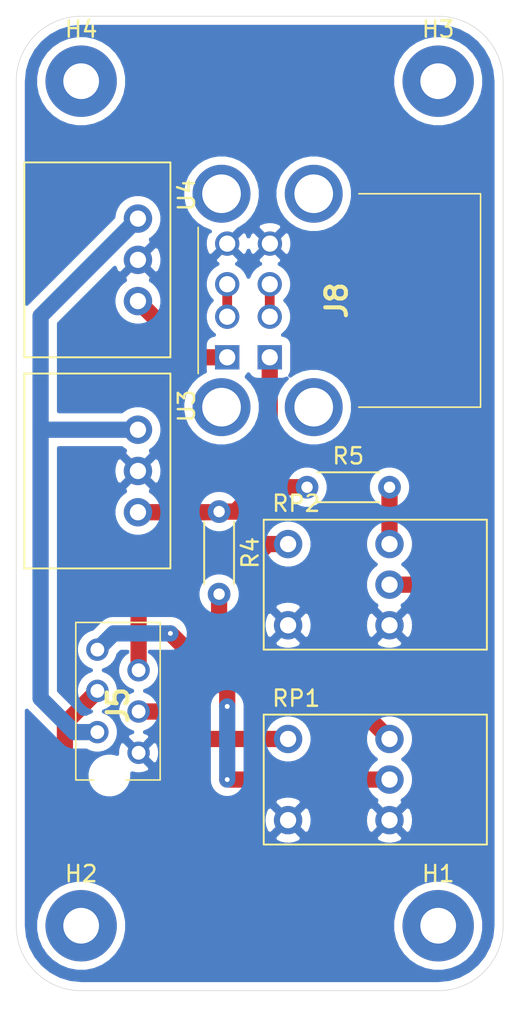
<source format=kicad_pcb>
(kicad_pcb (version 20171130) (host pcbnew "(5.1.6-0-10_14)")

  (general
    (thickness 1.6)
    (drawings 8)
    (tracks 56)
    (zones 0)
    (modules 12)
    (nets 17)
  )

  (page USLetter)
  (layers
    (0 Front signal)
    (31 Back signal)
    (37 F.SilkS user)
    (38 B.Mask user)
    (39 F.Mask user)
    (40 Dwgs.User user)
    (41 Cmts.User user)
    (42 Eco1.User user)
    (43 Eco2.User user)
    (44 Edge.Cuts user)
    (45 Margin user)
    (46 B.CrtYd user)
    (47 F.CrtYd user)
  )

  (setup
    (last_trace_width 0.127)
    (user_trace_width 0.15)
    (user_trace_width 0.2)
    (user_trace_width 0.4)
    (user_trace_width 0.6)
    (user_trace_width 1)
    (trace_clearance 0.127)
    (zone_clearance 0.508)
    (zone_45_only no)
    (trace_min 0.127)
    (via_size 0.6)
    (via_drill 0.3)
    (via_min_size 0.6)
    (via_min_drill 0.3)
    (user_via 0.6 0.3)
    (user_via 0.9 0.4)
    (uvia_size 0.6858)
    (uvia_drill 0.3302)
    (uvias_allowed no)
    (uvia_min_size 0.2)
    (uvia_min_drill 0.1)
    (edge_width 0.0381)
    (segment_width 0.254)
    (pcb_text_width 0.3048)
    (pcb_text_size 1.524 1.524)
    (mod_edge_width 0.1524)
    (mod_text_size 0.8128 0.8128)
    (mod_text_width 0.1524)
    (pad_size 1.6 1.6)
    (pad_drill 0.8)
    (pad_to_mask_clearance 0)
    (solder_mask_min_width 0.12)
    (aux_axis_origin 0 0)
    (grid_origin 34.036 35.052)
    (visible_elements FFFFFF7F)
    (pcbplotparams
      (layerselection 0x010e0_ffffffff)
      (usegerberextensions false)
      (usegerberattributes true)
      (usegerberadvancedattributes true)
      (creategerberjobfile true)
      (excludeedgelayer true)
      (linewidth 0.100000)
      (plotframeref false)
      (viasonmask false)
      (mode 1)
      (useauxorigin false)
      (hpglpennumber 1)
      (hpglpenspeed 20)
      (hpglpendiameter 15.000000)
      (psnegative false)
      (psa4output false)
      (plotreference true)
      (plotvalue true)
      (plotinvisibletext false)
      (padsonsilk false)
      (subtractmaskfromsilk false)
      (outputformat 1)
      (mirror false)
      (drillshape 0)
      (scaleselection 1)
      (outputdirectory "gerber_remote/"))
  )

  (net 0 "")
  (net 1 12ish-Rmt)
  (net 2 Com-Rmt)
  (net 3 Brightness-Rmt)
  (net 4 Color-Rmt)
  (net 5 On_Off-Rmt)
  (net 6 Auto_Man-Rmt)
  (net 7 "Net-(R4-Pad2)")
  (net 8 5VA)
  (net 9 "Net-(R5-Pad2)")
  (net 10 5VB)
  (net 11 "Net-(J8-PadA2)")
  (net 12 "Net-(J8-PadB2)")
  (net 13 "Net-(J8-PadMH1)")
  (net 14 "Net-(J8-PadMH2)")
  (net 15 "Net-(J8-PadMH3)")
  (net 16 "Net-(J8-PadMH4)")

  (net_class Default "This is the default net class."
    (clearance 0.127)
    (trace_width 0.127)
    (via_dia 0.6)
    (via_drill 0.3)
    (uvia_dia 0.6858)
    (uvia_drill 0.3302)
    (diff_pair_width 0.1524)
    (diff_pair_gap 0.254)
    (add_net 12ish-Rmt)
    (add_net 5VA)
    (add_net 5VB)
    (add_net Auto_Man-Rmt)
    (add_net Brightness-Rmt)
    (add_net Color-Rmt)
    (add_net Com-Rmt)
    (add_net "Net-(J8-PadA2)")
    (add_net "Net-(J8-PadB2)")
    (add_net "Net-(J8-PadMH1)")
    (add_net "Net-(J8-PadMH2)")
    (add_net "Net-(J8-PadMH3)")
    (add_net "Net-(J8-PadMH4)")
    (add_net "Net-(R4-Pad2)")
    (add_net "Net-(R5-Pad2)")
    (add_net On_Off-Rmt)
  )

  (module Remote:5.0V-Reg (layer Front) (tedit 5F3643FA) (tstamp 5F36A563)
    (at 129.536 108.052 270)
    (path /5F41F286)
    (fp_text reference U4 (at -4 -3 90) (layer F.SilkS)
      (effects (font (size 1 1) (thickness 0.15)))
    )
    (fp_text value Reg-5.0V-B (at 3 8 90) (layer F.Fab)
      (effects (font (size 1 1) (thickness 0.15)))
    )
    (fp_line (start -6 7) (end -6 -2) (layer F.SilkS) (width 0.12))
    (fp_line (start 6 7) (end -6 7) (layer F.SilkS) (width 0.12))
    (fp_line (start 6 -2) (end 6 7) (layer F.SilkS) (width 0.12))
    (fp_line (start -6 -2) (end 6 -2) (layer F.SilkS) (width 0.12))
    (pad 3 thru_hole circle (at 2.54 0 270) (size 1.75 1.75) (drill 1) (layers *.Cu *.Mask)
      (net 10 5VB))
    (pad 1 thru_hole circle (at -2.54 0 270) (size 1.75 1.75) (drill 1) (layers *.Cu *.Mask)
      (net 1 12ish-Rmt))
    (pad 2 thru_hole circle (at 0 0 270) (size 1.75 1.75) (drill 1) (layers *.Cu *.Mask)
      (net 2 Com-Rmt))
  )

  (module MountingHole:MountingHole_2.2mm_M2_Pad (layer Front) (tedit 56D1B4CB) (tstamp 5F3CFD40)
    (at 126.036 97.052)
    (descr "Mounting Hole 2.2mm, M2")
    (tags "mounting hole 2.2mm m2")
    (path /5F4B129A)
    (attr virtual)
    (fp_text reference H4 (at 0 -3.2) (layer F.SilkS)
      (effects (font (size 1 1) (thickness 0.15)))
    )
    (fp_text value MountingHole (at 0 3.2) (layer F.Fab)
      (effects (font (size 1 1) (thickness 0.15)))
    )
    (fp_circle (center 0 0) (end 2.2 0) (layer Cmts.User) (width 0.15))
    (fp_circle (center 0 0) (end 2.45 0) (layer F.CrtYd) (width 0.05))
    (fp_text user %R (at 0.3 0) (layer F.Fab)
      (effects (font (size 1 1) (thickness 0.15)))
    )
    (pad 1 thru_hole circle (at 0 0) (size 4.4 4.4) (drill 2.2) (layers *.Cu *.Mask))
  )

  (module MountingHole:MountingHole_2.2mm_M2_Pad (layer Front) (tedit 56D1B4CB) (tstamp 5F3CFD38)
    (at 148.036 97.052)
    (descr "Mounting Hole 2.2mm, M2")
    (tags "mounting hole 2.2mm m2")
    (path /5F4B0C0A)
    (attr virtual)
    (fp_text reference H3 (at 0 -3.2) (layer F.SilkS)
      (effects (font (size 1 1) (thickness 0.15)))
    )
    (fp_text value MountingHole (at 0 3.2) (layer F.Fab)
      (effects (font (size 1 1) (thickness 0.15)))
    )
    (fp_circle (center 0 0) (end 2.2 0) (layer Cmts.User) (width 0.15))
    (fp_circle (center 0 0) (end 2.45 0) (layer F.CrtYd) (width 0.05))
    (fp_text user %R (at 0.3 0) (layer F.Fab)
      (effects (font (size 1 1) (thickness 0.15)))
    )
    (pad 1 thru_hole circle (at 0 0) (size 4.4 4.4) (drill 2.2) (layers *.Cu *.Mask))
  )

  (module MountingHole:MountingHole_2.2mm_M2_Pad (layer Front) (tedit 56D1B4CB) (tstamp 5F3CF973)
    (at 126.036 149.052)
    (descr "Mounting Hole 2.2mm, M2")
    (tags "mounting hole 2.2mm m2")
    (path /5F4AF165)
    (attr virtual)
    (fp_text reference H2 (at 0 -3.2) (layer F.SilkS)
      (effects (font (size 1 1) (thickness 0.15)))
    )
    (fp_text value MountingHole (at 0 3.2) (layer F.Fab)
      (effects (font (size 1 1) (thickness 0.15)))
    )
    (fp_circle (center 0 0) (end 2.45 0) (layer F.CrtYd) (width 0.05))
    (fp_circle (center 0 0) (end 2.2 0) (layer Cmts.User) (width 0.15))
    (fp_text user %R (at 0.3 0) (layer F.Fab)
      (effects (font (size 1 1) (thickness 0.15)))
    )
    (pad 1 thru_hole circle (at 0 0) (size 4.4 4.4) (drill 2.2) (layers *.Cu *.Mask))
  )

  (module MountingHole:MountingHole_2.2mm_M2_Pad (layer Front) (tedit 56D1B4CB) (tstamp 5F3CF96B)
    (at 148.036 149.052)
    (descr "Mounting Hole 2.2mm, M2")
    (tags "mounting hole 2.2mm m2")
    (path /5F4AEEC2)
    (attr virtual)
    (fp_text reference H1 (at 0 -3.2) (layer F.SilkS)
      (effects (font (size 1 1) (thickness 0.15)))
    )
    (fp_text value MountingHole (at 0 3.2) (layer F.Fab)
      (effects (font (size 1 1) (thickness 0.15)))
    )
    (fp_circle (center 0 0) (end 2.45 0) (layer F.CrtYd) (width 0.05))
    (fp_circle (center 0 0) (end 2.2 0) (layer Cmts.User) (width 0.15))
    (fp_text user %R (at 0.3 0) (layer F.Fab)
      (effects (font (size 1 1) (thickness 0.15)))
    )
    (pad 1 thru_hole circle (at 0 0) (size 4.4 4.4) (drill 2.2) (layers *.Cu *.Mask))
  )

  (module Remote:5.0V-Reg (layer Front) (tedit 5F3643FA) (tstamp 5F36A558)
    (at 129.536 121.052 270)
    (path /5F40E7C9)
    (fp_text reference U3 (at -4 -3 90) (layer F.SilkS)
      (effects (font (size 1 1) (thickness 0.15)))
    )
    (fp_text value Reg-5.0V-A (at 3 8 90) (layer F.Fab)
      (effects (font (size 1 1) (thickness 0.15)))
    )
    (fp_line (start -6 7) (end -6 -2) (layer F.SilkS) (width 0.12))
    (fp_line (start 6 7) (end -6 7) (layer F.SilkS) (width 0.12))
    (fp_line (start 6 -2) (end 6 7) (layer F.SilkS) (width 0.12))
    (fp_line (start -6 -2) (end 6 -2) (layer F.SilkS) (width 0.12))
    (pad 3 thru_hole circle (at 2.54 0 270) (size 1.75 1.75) (drill 1) (layers *.Cu *.Mask)
      (net 8 5VA))
    (pad 1 thru_hole circle (at -2.54 0 270) (size 1.75 1.75) (drill 1) (layers *.Cu *.Mask)
      (net 1 12ish-Rmt))
    (pad 2 thru_hole circle (at 0 0 270) (size 1.75 1.75) (drill 1) (layers *.Cu *.Mask)
      (net 2 Com-Rmt))
  )

  (module Remote:pot_switch (layer Front) (tedit 5F364264) (tstamp 5F36A50A)
    (at 145.036 128.052)
    (path /5F4ECB08)
    (fp_text reference RP2 (at -5.75 -5) (layer F.SilkS)
      (effects (font (size 1 1) (thickness 0.15)))
    )
    (fp_text value Pot_Switch (at -3.75 4.75) (layer F.Fab)
      (effects (font (size 1 1) (thickness 0.15)))
    )
    (fp_line (start -7.75 4) (end -7.5 4) (layer F.SilkS) (width 0.12))
    (fp_line (start -7.75 -4) (end -7.75 4) (layer F.SilkS) (width 0.12))
    (fp_line (start 6 4) (end -7.5 4) (layer F.SilkS) (width 0.12))
    (fp_line (start 6 -4) (end 6 4) (layer F.SilkS) (width 0.12))
    (fp_line (start -7.75 -4) (end 6 -4) (layer F.SilkS) (width 0.12))
    (pad 4 thru_hole circle (at -6.25 2.5) (size 1.75 1.75) (drill 1) (layers *.Cu *.Mask)
      (net 2 Com-Rmt))
    (pad 5 thru_hole circle (at -6.25 -2.5) (size 1.75 1.75) (drill 1) (layers *.Cu *.Mask)
      (net 6 Auto_Man-Rmt))
    (pad 1 thru_hole circle (at 0 2.5) (size 1.75 1.75) (drill 1) (layers *.Cu *.Mask)
      (net 2 Com-Rmt))
    (pad 3 thru_hole circle (at 0 -2.5) (size 1.75 1.75) (drill 1) (layers *.Cu *.Mask)
      (net 9 "Net-(R5-Pad2)"))
    (pad 2 thru_hole circle (at 0 0) (size 1.75 1.75) (drill 1) (layers *.Cu *.Mask)
      (net 4 Color-Rmt))
  )

  (module Remote:pot_switch (layer Front) (tedit 5F364264) (tstamp 5F36A4FC)
    (at 145.036 140.052)
    (path /5F4A5614)
    (fp_text reference RP1 (at -5.75 -5) (layer F.SilkS)
      (effects (font (size 1 1) (thickness 0.15)))
    )
    (fp_text value Pot_Switch (at -3.75 4.75) (layer F.Fab)
      (effects (font (size 1 1) (thickness 0.15)))
    )
    (fp_line (start -7.75 4) (end -7.5 4) (layer F.SilkS) (width 0.12))
    (fp_line (start -7.75 -4) (end -7.75 4) (layer F.SilkS) (width 0.12))
    (fp_line (start 6 4) (end -7.5 4) (layer F.SilkS) (width 0.12))
    (fp_line (start 6 -4) (end 6 4) (layer F.SilkS) (width 0.12))
    (fp_line (start -7.75 -4) (end 6 -4) (layer F.SilkS) (width 0.12))
    (pad 4 thru_hole circle (at -6.25 2.5) (size 1.75 1.75) (drill 1) (layers *.Cu *.Mask)
      (net 2 Com-Rmt))
    (pad 5 thru_hole circle (at -6.25 -2.5) (size 1.75 1.75) (drill 1) (layers *.Cu *.Mask)
      (net 5 On_Off-Rmt))
    (pad 1 thru_hole circle (at 0 2.5) (size 1.75 1.75) (drill 1) (layers *.Cu *.Mask)
      (net 2 Com-Rmt))
    (pad 3 thru_hole circle (at 0 -2.5) (size 1.75 1.75) (drill 1) (layers *.Cu *.Mask)
      (net 7 "Net-(R4-Pad2)"))
    (pad 2 thru_hole circle (at 0 0) (size 1.75 1.75) (drill 1) (layers *.Cu *.Mask)
      (net 3 Brightness-Rmt))
  )

  (module Remote:723098014BLF (layer Front) (tedit 0) (tstamp 5F3736CB)
    (at 135.036 114.052 90)
    (descr 72309-8014BLF-6)
    (tags Connector)
    (path /5F38F263)
    (fp_text reference J8 (at 3.5 6.738 90) (layer F.SilkS)
      (effects (font (size 1.27 1.27) (thickness 0.254)))
    )
    (fp_text value 72309-8014BLF (at 3.5 6.738 90) (layer F.SilkS) hide
      (effects (font (size 1.27 1.27) (thickness 0.254)))
    )
    (fp_line (start -1 -1.79) (end 8 -1.79) (layer F.SilkS) (width 0.1))
    (fp_line (start 10.07 15.61) (end 10.07 8.11) (layer F.SilkS) (width 0.1))
    (fp_line (start -3.07 15.61) (end 10.07 15.61) (layer F.SilkS) (width 0.1))
    (fp_line (start -3.07 8.11) (end -3.07 15.61) (layer F.SilkS) (width 0.1))
    (fp_line (start -5.855 16.61) (end -5.855 -3.135) (layer F.CrtYd) (width 0.1))
    (fp_line (start 12.855 16.61) (end -5.855 16.61) (layer F.CrtYd) (width 0.1))
    (fp_line (start 12.855 -3.135) (end 12.855 16.61) (layer F.CrtYd) (width 0.1))
    (fp_line (start -5.855 -3.135) (end 12.855 -3.135) (layer F.CrtYd) (width 0.1))
    (fp_line (start -3.05 -1.79) (end -3.05 15.61) (layer F.Fab) (width 0.2))
    (fp_line (start 10.05 -1.79) (end -3.05 -1.79) (layer F.Fab) (width 0.2))
    (fp_line (start 10.05 15.61) (end 10.05 -1.79) (layer F.Fab) (width 0.2))
    (fp_line (start -3.05 15.61) (end 10.05 15.61) (layer F.Fab) (width 0.2))
    (fp_text user %R (at 3.5 6.738 90) (layer F.Fab)
      (effects (font (size 1.27 1.27) (thickness 0.254)))
    )
    (pad A1 thru_hole rect (at 0 0 90) (size 1.5 1.5) (drill 1) (layers *.Cu *.Mask)
      (net 10 5VB))
    (pad A2 thru_hole circle (at 2.5 0 90) (size 1.5 1.5) (drill 1) (layers *.Cu *.Mask)
      (net 11 "Net-(J8-PadA2)"))
    (pad A3 thru_hole circle (at 4.5 0 90) (size 1.5 1.5) (drill 1) (layers *.Cu *.Mask)
      (net 11 "Net-(J8-PadA2)"))
    (pad A4 thru_hole circle (at 7 0 90) (size 1.5 1.5) (drill 1) (layers *.Cu *.Mask)
      (net 2 Com-Rmt))
    (pad B1 thru_hole rect (at 0 2.62 90) (size 1.5 1.5) (drill 1) (layers *.Cu *.Mask)
      (net 8 5VA))
    (pad B2 thru_hole circle (at 2.5 2.62 90) (size 1.5 1.5) (drill 1) (layers *.Cu *.Mask)
      (net 12 "Net-(J8-PadB2)"))
    (pad B3 thru_hole circle (at 4.5 2.62 90) (size 1.5 1.5) (drill 1) (layers *.Cu *.Mask)
      (net 12 "Net-(J8-PadB2)"))
    (pad B4 thru_hole circle (at 7 2.63 90) (size 1.5 1.5) (drill 1) (layers *.Cu *.Mask)
      (net 2 Com-Rmt))
    (pad MH1 thru_hole circle (at -3.07 5.33 90) (size 3.57 3.57) (drill 2.38) (layers *.Cu *.Mask)
      (net 13 "Net-(J8-PadMH1)"))
    (pad MH2 thru_hole circle (at 10.07 5.33 90) (size 3.57 3.57) (drill 2.38) (layers *.Cu *.Mask)
      (net 14 "Net-(J8-PadMH2)"))
    (pad MH3 thru_hole circle (at 10.07 -0.35 90) (size 3.57 3.57) (drill 2.38) (layers *.Cu *.Mask)
      (net 15 "Net-(J8-PadMH3)"))
    (pad MH4 thru_hole circle (at -3.07 -0.35 90) (size 3.57 3.57) (drill 2.38) (layers *.Cu *.Mask)
      (net 16 "Net-(J8-PadMH4)"))
    (model 72309-8014BLF.stp
      (at (xyz 0 0 0))
      (scale (xyz 1 1 1))
      (rotate (xyz 0 0 0))
    )
  )

  (module Remote:21787106 (layer Front) (tedit 0) (tstamp 5F36A3E2)
    (at 127.036 132.052 270)
    (descr 2178710-6-2)
    (tags Connector)
    (path /5F48270B)
    (fp_text reference J5 (at 3.425 -1.27 90) (layer F.SilkS)
      (effects (font (size 1.27 1.27) (thickness 0.254)))
    )
    (fp_text value Jumper-Remote (at 3.425 -1.27 90) (layer F.SilkS) hide
      (effects (font (size 1.27 1.27) (thickness 0.254)))
    )
    (fp_line (start 8.025 -3.87) (end 8.025 -1.77) (layer F.SilkS) (width 0.1))
    (fp_line (start -1.675 -3.87) (end 8.025 -3.87) (layer F.SilkS) (width 0.1))
    (fp_line (start -1.675 1.33) (end -1.675 -3.87) (layer F.SilkS) (width 0.1))
    (fp_line (start 8.025 1.33) (end -1.675 1.33) (layer F.SilkS) (width 0.1))
    (fp_line (start 8.025 1.23) (end 8.025 1.33) (layer F.SilkS) (width 0.1))
    (fp_line (start 8.025 0.23) (end 8.025 1.23) (layer F.SilkS) (width 0.1))
    (fp_line (start -2.675 2.33) (end -2.675 -4.87) (layer F.CrtYd) (width 0.1))
    (fp_line (start 9.525 2.33) (end -2.675 2.33) (layer F.CrtYd) (width 0.1))
    (fp_line (start 9.525 -4.87) (end 9.525 2.33) (layer F.CrtYd) (width 0.1))
    (fp_line (start -2.675 -4.87) (end 9.525 -4.87) (layer F.CrtYd) (width 0.1))
    (fp_line (start -1.675 1.33) (end -1.675 -3.87) (layer F.Fab) (width 0.2))
    (fp_line (start 8.025 1.33) (end -1.675 1.33) (layer F.Fab) (width 0.2))
    (fp_line (start 8.025 -3.87) (end 8.025 1.33) (layer F.Fab) (width 0.2))
    (fp_line (start -1.675 -3.87) (end 8.025 -3.87) (layer F.Fab) (width 0.2))
    (fp_text user %R (at 3.425 -1.27 90) (layer F.Fab)
      (effects (font (size 1.27 1.27) (thickness 0.254)))
    )
    (pad 1 thru_hole circle (at 0 0 270) (size 1.381 1.381) (drill 0.85) (layers *.Cu *.Mask)
      (net 3 Brightness-Rmt))
    (pad 2 thru_hole circle (at 1.27 -2.54 270) (size 1.381 1.381) (drill 0.85) (layers *.Cu *.Mask)
      (net 6 Auto_Man-Rmt))
    (pad 3 thru_hole circle (at 2.54 0 270) (size 1.381 1.381) (drill 0.85) (layers *.Cu *.Mask)
      (net 4 Color-Rmt))
    (pad 4 thru_hole circle (at 3.81 -2.54 270) (size 1.381 1.381) (drill 0.85) (layers *.Cu *.Mask)
      (net 5 On_Off-Rmt))
    (pad 5 thru_hole circle (at 5.08 0 270) (size 1.381 1.381) (drill 0.85) (layers *.Cu *.Mask)
      (net 1 12ish-Rmt))
    (pad 6 thru_hole circle (at 6.35 -2.54 270) (size 1.381 1.381) (drill 0.85) (layers *.Cu *.Mask)
      (net 2 Com-Rmt))
    (pad MH1 np_thru_hole circle (at 7.75 -0.74 270) (size 1.55 0) (drill 1.55) (layers *.Cu *.Mask))
    (model 2178710-6.stp
      (at (xyz 0 0 0))
      (scale (xyz 1 1 1))
      (rotate (xyz 0 0 0))
    )
  )

  (module Resistor_THT:R_Axial_DIN0204_L3.6mm_D1.6mm_P5.08mm_Horizontal (layer Front) (tedit 5AE5139B) (tstamp 5F36A4DB)
    (at 139.956 122.052)
    (descr "Resistor, Axial_DIN0204 series, Axial, Horizontal, pin pitch=5.08mm, 0.167W, length*diameter=3.6*1.6mm^2, http://cdn-reichelt.de/documents/datenblatt/B400/1_4W%23YAG.pdf")
    (tags "Resistor Axial_DIN0204 series Axial Horizontal pin pitch 5.08mm 0.167W length 3.6mm diameter 1.6mm")
    (path /5F4ECAFF)
    (fp_text reference R5 (at 2.54 -1.92) (layer F.SilkS)
      (effects (font (size 1 1) (thickness 0.15)))
    )
    (fp_text value 4k (at 2.54 1.92) (layer F.Fab)
      (effects (font (size 1 1) (thickness 0.15)))
    )
    (fp_line (start 0.74 -0.8) (end 0.74 0.8) (layer F.Fab) (width 0.1))
    (fp_line (start 0.74 0.8) (end 4.34 0.8) (layer F.Fab) (width 0.1))
    (fp_line (start 4.34 0.8) (end 4.34 -0.8) (layer F.Fab) (width 0.1))
    (fp_line (start 4.34 -0.8) (end 0.74 -0.8) (layer F.Fab) (width 0.1))
    (fp_line (start 0 0) (end 0.74 0) (layer F.Fab) (width 0.1))
    (fp_line (start 5.08 0) (end 4.34 0) (layer F.Fab) (width 0.1))
    (fp_line (start 0.62 -0.92) (end 4.46 -0.92) (layer F.SilkS) (width 0.12))
    (fp_line (start 0.62 0.92) (end 4.46 0.92) (layer F.SilkS) (width 0.12))
    (fp_line (start -0.95 -1.05) (end -0.95 1.05) (layer F.CrtYd) (width 0.05))
    (fp_line (start -0.95 1.05) (end 6.03 1.05) (layer F.CrtYd) (width 0.05))
    (fp_line (start 6.03 1.05) (end 6.03 -1.05) (layer F.CrtYd) (width 0.05))
    (fp_line (start 6.03 -1.05) (end -0.95 -1.05) (layer F.CrtYd) (width 0.05))
    (fp_text user %R (at 2.54 0) (layer F.Fab)
      (effects (font (size 0.72 0.72) (thickness 0.108)))
    )
    (pad 2 thru_hole oval (at 5.08 0) (size 1.4 1.4) (drill 0.7) (layers *.Cu *.Mask)
      (net 9 "Net-(R5-Pad2)"))
    (pad 1 thru_hole circle (at 0 0) (size 1.4 1.4) (drill 0.7) (layers *.Cu *.Mask)
      (net 8 5VA))
    (model ${KISYS3DMOD}/Resistor_THT.3dshapes/R_Axial_DIN0204_L3.6mm_D1.6mm_P5.08mm_Horizontal.wrl
      (at (xyz 0 0 0))
      (scale (xyz 1 1 1))
      (rotate (xyz 0 0 0))
    )
  )

  (module Resistor_THT:R_Axial_DIN0204_L3.6mm_D1.6mm_P5.08mm_Horizontal (layer Front) (tedit 5AE5139B) (tstamp 5F36A4C8)
    (at 134.536 123.552 270)
    (descr "Resistor, Axial_DIN0204 series, Axial, Horizontal, pin pitch=5.08mm, 0.167W, length*diameter=3.6*1.6mm^2, http://cdn-reichelt.de/documents/datenblatt/B400/1_4W%23YAG.pdf")
    (tags "Resistor Axial_DIN0204 series Axial Horizontal pin pitch 5.08mm 0.167W length 3.6mm diameter 1.6mm")
    (path /5F4298DF)
    (fp_text reference R4 (at 2.54 -1.92 90) (layer F.SilkS)
      (effects (font (size 1 1) (thickness 0.15)))
    )
    (fp_text value 4k (at 2.54 1.92 90) (layer F.Fab)
      (effects (font (size 1 1) (thickness 0.15)))
    )
    (fp_line (start 0.74 -0.8) (end 0.74 0.8) (layer F.Fab) (width 0.1))
    (fp_line (start 0.74 0.8) (end 4.34 0.8) (layer F.Fab) (width 0.1))
    (fp_line (start 4.34 0.8) (end 4.34 -0.8) (layer F.Fab) (width 0.1))
    (fp_line (start 4.34 -0.8) (end 0.74 -0.8) (layer F.Fab) (width 0.1))
    (fp_line (start 0 0) (end 0.74 0) (layer F.Fab) (width 0.1))
    (fp_line (start 5.08 0) (end 4.34 0) (layer F.Fab) (width 0.1))
    (fp_line (start 0.62 -0.92) (end 4.46 -0.92) (layer F.SilkS) (width 0.12))
    (fp_line (start 0.62 0.92) (end 4.46 0.92) (layer F.SilkS) (width 0.12))
    (fp_line (start -0.95 -1.05) (end -0.95 1.05) (layer F.CrtYd) (width 0.05))
    (fp_line (start -0.95 1.05) (end 6.03 1.05) (layer F.CrtYd) (width 0.05))
    (fp_line (start 6.03 1.05) (end 6.03 -1.05) (layer F.CrtYd) (width 0.05))
    (fp_line (start 6.03 -1.05) (end -0.95 -1.05) (layer F.CrtYd) (width 0.05))
    (fp_text user %R (at 2.54 0 90) (layer F.Fab)
      (effects (font (size 0.72 0.72) (thickness 0.108)))
    )
    (pad 2 thru_hole oval (at 5.08 0 270) (size 1.4 1.4) (drill 0.7) (layers *.Cu *.Mask)
      (net 7 "Net-(R4-Pad2)"))
    (pad 1 thru_hole circle (at 0 0 270) (size 1.4 1.4) (drill 0.7) (layers *.Cu *.Mask)
      (net 8 5VA))
    (model ${KISYS3DMOD}/Resistor_THT.3dshapes/R_Axial_DIN0204_L3.6mm_D1.6mm_P5.08mm_Horizontal.wrl
      (at (xyz 0 0 0))
      (scale (xyz 1 1 1))
      (rotate (xyz 0 0 0))
    )
  )

  (gr_arc (start 148.036 97.052) (end 152.036 97.052) (angle -90) (layer Edge.Cuts) (width 0.0381))
  (gr_arc (start 148.036 149.052) (end 148.036 153.052) (angle -90) (layer Edge.Cuts) (width 0.0381))
  (gr_arc (start 126.036 149.052) (end 122.036 149.052) (angle -90) (layer Edge.Cuts) (width 0.0381))
  (gr_arc (start 126.036 97.052) (end 126.036 93.052) (angle -90) (layer Edge.Cuts) (width 0.0381))
  (gr_line (start 122.036 149.052) (end 122.036 97.052) (layer Edge.Cuts) (width 0.0381) (tstamp 5F3CFA9F))
  (gr_line (start 148.036 153.052) (end 126.036 153.052) (layer Edge.Cuts) (width 0.0381))
  (gr_line (start 152.036 97.052) (end 152.036 149.052) (layer Edge.Cuts) (width 0.0381))
  (gr_line (start 126.036 93.052) (end 148.036 93.052) (layer Edge.Cuts) (width 0.0381))

  (segment (start 129.536 105.512) (end 123.536 111.512) (width 1) (layer Back) (net 1))
  (segment (start 123.576 118.512) (end 123.536 118.552) (width 1) (layer Back) (net 1))
  (segment (start 123.536 118.552) (end 123.536 111.512) (width 1) (layer Back) (net 1))
  (segment (start 129.536 118.512) (end 123.576 118.512) (width 1) (layer Back) (net 1))
  (segment (start 125.616 137.132) (end 123.536 135.052) (width 1) (layer Back) (net 1))
  (segment (start 127.036 137.132) (end 125.616 137.132) (width 1) (layer Back) (net 1))
  (segment (start 123.536 135.052) (end 123.536 118.552) (width 1) (layer Back) (net 1))
  (segment (start 129.536 138.442) (end 129.576 138.402) (width 1) (layer Front) (net 2))
  (segment (start 145.036 140.052) (end 135.036 140.052) (width 1) (layer Front) (net 3))
  (segment (start 135.036 140.052) (end 135.036 140.052) (width 1) (layer Front) (net 3) (tstamp 5F3D079D))
  (via (at 135.036 140.052) (size 0.6) (drill 0.3) (layers Front Back) (net 3))
  (segment (start 135.036 135.552) (end 135.036 135.552) (width 1) (layer Back) (net 3))
  (segment (start 135.036 140.052) (end 135.036 135.552) (width 1) (layer Back) (net 3))
  (segment (start 135.036 135.552) (end 135.036 135.552) (width 1) (layer Back) (net 3) (tstamp 5F3D07A2))
  (via (at 135.036 135.552) (size 0.6) (drill 0.3) (layers Front Back) (net 3))
  (segment (start 135.036 135.552) (end 135.036 135.552) (width 1) (layer Back) (net 3) (tstamp 5F3D07A4))
  (via (at 135.036 135.552) (size 0.6) (drill 0.3) (layers Front Back) (net 3))
  (segment (start 135.036 135.552) (end 135.036 134.552) (width 1) (layer Front) (net 3))
  (segment (start 135.036 134.552) (end 131.536 131.052) (width 1) (layer Front) (net 3))
  (segment (start 131.536 131.052) (end 131.536 131.052) (width 1) (layer Front) (net 3) (tstamp 5F3D07A6))
  (via (at 131.536 131.052) (size 0.6) (drill 0.3) (layers Front Back) (net 3))
  (segment (start 128.036 131.052) (end 127.036 132.052) (width 1) (layer Back) (net 3))
  (segment (start 131.536 131.052) (end 128.036 131.052) (width 1) (layer Back) (net 3))
  (segment (start 149.036 130.052) (end 147.036 128.052) (width 1) (layer Front) (net 4))
  (segment (start 149.036 142.552) (end 149.036 130.052) (width 1) (layer Front) (net 4))
  (segment (start 127.036 134.592) (end 125.036 136.592) (width 1) (layer Front) (net 4))
  (segment (start 145.036 146.552) (end 149.036 142.552) (width 1) (layer Front) (net 4))
  (segment (start 125.036 141.052) (end 130.536 146.552) (width 1) (layer Front) (net 4))
  (segment (start 147.036 128.052) (end 145.036 128.052) (width 1) (layer Front) (net 4))
  (segment (start 130.536 146.552) (end 145.036 146.552) (width 1) (layer Front) (net 4))
  (segment (start 125.036 136.592) (end 125.036 141.052) (width 1) (layer Front) (net 4))
  (segment (start 129.576 135.862) (end 130.846 135.862) (width 1) (layer Front) (net 5))
  (segment (start 132.536 137.552) (end 138.786 137.552) (width 1) (layer Front) (net 5))
  (segment (start 130.846 135.862) (end 132.536 137.552) (width 1) (layer Front) (net 5))
  (segment (start 138.786 125.552) (end 137.536 125.552) (width 1) (layer Front) (net 6))
  (segment (start 137.536 125.552) (end 137.036 126.052) (width 1) (layer Front) (net 6))
  (segment (start 137.036 126.052) (end 131.036 126.052) (width 1) (layer Front) (net 6))
  (segment (start 129.576 127.512) (end 129.576 133.322) (width 1) (layer Front) (net 6))
  (segment (start 131.036 126.052) (end 129.576 127.512) (width 1) (layer Front) (net 6))
  (segment (start 134.536 128.632) (end 134.536 131.052) (width 1) (layer Front) (net 7))
  (segment (start 134.536 131.052) (end 137.536 134.052) (width 1) (layer Front) (net 7))
  (segment (start 141.536 134.052) (end 145.036 137.552) (width 1) (layer Front) (net 7))
  (segment (start 137.536 134.052) (end 141.536 134.052) (width 1) (layer Front) (net 7))
  (segment (start 134.496 123.592) (end 134.536 123.552) (width 1) (layer Front) (net 8))
  (segment (start 129.536 123.592) (end 134.496 123.592) (width 1) (layer Front) (net 8))
  (segment (start 134.536 123.552) (end 135.536 123.552) (width 1) (layer Front) (net 8))
  (segment (start 135.536 123.552) (end 137.036 122.052) (width 1) (layer Front) (net 8))
  (segment (start 137.656 121.672) (end 138.036 122.052) (width 1) (layer Front) (net 8))
  (segment (start 137.656 114.052) (end 137.656 121.672) (width 1) (layer Front) (net 8))
  (segment (start 138.036 122.052) (end 140.036 122.052) (width 1) (layer Front) (net 8))
  (segment (start 137.036 122.052) (end 138.036 122.052) (width 1) (layer Front) (net 8))
  (segment (start 145.036 122.052) (end 145.036 125.552) (width 1) (layer Front) (net 9))
  (segment (start 129.536 110.592) (end 132.996 114.052) (width 1) (layer Front) (net 10))
  (segment (start 132.996 114.052) (end 135.036 114.052) (width 1) (layer Front) (net 10))
  (segment (start 135.036 109.552) (end 135.036 111.552) (width 0.6) (layer Front) (net 11))
  (segment (start 137.656 109.552) (end 137.656 111.552) (width 0.6) (layer Front) (net 12))

  (zone (net 2) (net_name Com-Rmt) (layer Back) (tstamp 5F3B942E) (hatch edge 0.508)
    (connect_pads (clearance 0.508))
    (min_thickness 0.254)
    (fill yes (arc_segments 32) (thermal_gap 0.508) (thermal_bridge_width 0.508))
    (polygon
      (pts
        (xy 153.036 155.052) (xy 121.036 155.052) (xy 121.036 92.052) (xy 153.036 92.052)
      )
    )
    (filled_polygon
      (pts
        (xy 148.685291 93.77285) (xy 149.309848 93.961416) (xy 149.885883 94.267699) (xy 150.391461 94.680038) (xy 150.807318 95.182721)
        (xy 151.117616 95.756606) (xy 151.310537 96.379834) (xy 151.38195 97.059276) (xy 151.381951 149.020006) (xy 151.31515 149.70129)
        (xy 151.126585 150.325847) (xy 150.8203 150.901885) (xy 150.40796 151.407464) (xy 149.905279 151.823318) (xy 149.331394 152.133616)
        (xy 148.708165 152.326538) (xy 148.028725 152.39795) (xy 126.067984 152.39795) (xy 125.38671 152.33115) (xy 124.762153 152.142585)
        (xy 124.186115 151.8363) (xy 123.680536 151.42396) (xy 123.264682 150.921279) (xy 122.954384 150.347394) (xy 122.761462 149.724165)
        (xy 122.69005 149.044725) (xy 122.69005 148.772777) (xy 123.201 148.772777) (xy 123.201 149.331223) (xy 123.309948 149.878939)
        (xy 123.523656 150.394876) (xy 123.833912 150.859207) (xy 124.228793 151.254088) (xy 124.693124 151.564344) (xy 125.209061 151.778052)
        (xy 125.756777 151.887) (xy 126.315223 151.887) (xy 126.862939 151.778052) (xy 127.378876 151.564344) (xy 127.843207 151.254088)
        (xy 128.238088 150.859207) (xy 128.548344 150.394876) (xy 128.762052 149.878939) (xy 128.871 149.331223) (xy 128.871 148.772777)
        (xy 145.201 148.772777) (xy 145.201 149.331223) (xy 145.309948 149.878939) (xy 145.523656 150.394876) (xy 145.833912 150.859207)
        (xy 146.228793 151.254088) (xy 146.693124 151.564344) (xy 147.209061 151.778052) (xy 147.756777 151.887) (xy 148.315223 151.887)
        (xy 148.862939 151.778052) (xy 149.378876 151.564344) (xy 149.843207 151.254088) (xy 150.238088 150.859207) (xy 150.548344 150.394876)
        (xy 150.762052 149.878939) (xy 150.871 149.331223) (xy 150.871 148.772777) (xy 150.762052 148.225061) (xy 150.548344 147.709124)
        (xy 150.238088 147.244793) (xy 149.843207 146.849912) (xy 149.378876 146.539656) (xy 148.862939 146.325948) (xy 148.315223 146.217)
        (xy 147.756777 146.217) (xy 147.209061 146.325948) (xy 146.693124 146.539656) (xy 146.228793 146.849912) (xy 145.833912 147.244793)
        (xy 145.523656 147.709124) (xy 145.309948 148.225061) (xy 145.201 148.772777) (xy 128.871 148.772777) (xy 128.762052 148.225061)
        (xy 128.548344 147.709124) (xy 128.238088 147.244793) (xy 127.843207 146.849912) (xy 127.378876 146.539656) (xy 126.862939 146.325948)
        (xy 126.315223 146.217) (xy 125.756777 146.217) (xy 125.209061 146.325948) (xy 124.693124 146.539656) (xy 124.228793 146.849912)
        (xy 123.833912 147.244793) (xy 123.523656 147.709124) (xy 123.309948 148.225061) (xy 123.201 148.772777) (xy 122.69005 148.772777)
        (xy 122.69005 143.59824) (xy 137.919365 143.59824) (xy 138.000025 143.849868) (xy 138.268329 143.978267) (xy 138.556526 144.051855)
        (xy 138.853543 144.067804) (xy 139.147963 144.025501) (xy 139.428474 143.926572) (xy 139.571975 143.849868) (xy 139.652635 143.59824)
        (xy 144.169365 143.59824) (xy 144.250025 143.849868) (xy 144.518329 143.978267) (xy 144.806526 144.051855) (xy 145.103543 144.067804)
        (xy 145.397963 144.025501) (xy 145.678474 143.926572) (xy 145.821975 143.849868) (xy 145.902635 143.59824) (xy 145.036 142.731605)
        (xy 144.169365 143.59824) (xy 139.652635 143.59824) (xy 138.786 142.731605) (xy 137.919365 143.59824) (xy 122.69005 143.59824)
        (xy 122.69005 142.619543) (xy 137.270196 142.619543) (xy 137.312499 142.913963) (xy 137.411428 143.194474) (xy 137.488132 143.337975)
        (xy 137.73976 143.418635) (xy 138.606395 142.552) (xy 138.965605 142.552) (xy 139.83224 143.418635) (xy 140.083868 143.337975)
        (xy 140.212267 143.069671) (xy 140.285855 142.781474) (xy 140.29455 142.619543) (xy 143.520196 142.619543) (xy 143.562499 142.913963)
        (xy 143.661428 143.194474) (xy 143.738132 143.337975) (xy 143.98976 143.418635) (xy 144.856395 142.552) (xy 145.215605 142.552)
        (xy 146.08224 143.418635) (xy 146.333868 143.337975) (xy 146.462267 143.069671) (xy 146.535855 142.781474) (xy 146.551804 142.484457)
        (xy 146.509501 142.190037) (xy 146.410572 141.909526) (xy 146.333868 141.766025) (xy 146.08224 141.685365) (xy 145.215605 142.552)
        (xy 144.856395 142.552) (xy 143.98976 141.685365) (xy 143.738132 141.766025) (xy 143.609733 142.034329) (xy 143.536145 142.322526)
        (xy 143.520196 142.619543) (xy 140.29455 142.619543) (xy 140.301804 142.484457) (xy 140.259501 142.190037) (xy 140.160572 141.909526)
        (xy 140.083868 141.766025) (xy 139.83224 141.685365) (xy 138.965605 142.552) (xy 138.606395 142.552) (xy 137.73976 141.685365)
        (xy 137.488132 141.766025) (xy 137.359733 142.034329) (xy 137.286145 142.322526) (xy 137.270196 142.619543) (xy 122.69005 142.619543)
        (xy 122.69005 141.50576) (xy 137.919365 141.50576) (xy 138.786 142.372395) (xy 139.652635 141.50576) (xy 139.571975 141.254132)
        (xy 139.303671 141.125733) (xy 139.015474 141.052145) (xy 138.718457 141.036196) (xy 138.424037 141.078499) (xy 138.143526 141.177428)
        (xy 138.000025 141.254132) (xy 137.919365 141.50576) (xy 122.69005 141.50576) (xy 122.69005 139.663127) (xy 126.366 139.663127)
        (xy 126.366 139.940873) (xy 126.420186 140.213282) (xy 126.526475 140.469885) (xy 126.680782 140.700822) (xy 126.877178 140.897218)
        (xy 127.108115 141.051525) (xy 127.364718 141.157814) (xy 127.637127 141.212) (xy 127.914873 141.212) (xy 128.187282 141.157814)
        (xy 128.443885 141.051525) (xy 128.674822 140.897218) (xy 128.871218 140.700822) (xy 129.025525 140.469885) (xy 129.131814 140.213282)
        (xy 129.186 139.940873) (xy 129.186 139.67131) (xy 129.389979 139.720859) (xy 129.650849 139.731808) (xy 129.908844 139.691654)
        (xy 130.154047 139.601939) (xy 130.252567 139.549279) (xy 130.310875 139.31648) (xy 129.576 138.581605) (xy 129.561858 138.595748)
        (xy 129.382253 138.416143) (xy 129.396395 138.402) (xy 129.755605 138.402) (xy 130.49048 139.136875) (xy 130.723279 139.078567)
        (xy 130.833227 138.841743) (xy 130.894859 138.588021) (xy 130.905808 138.327151) (xy 130.865654 138.069156) (xy 130.775939 137.823953)
        (xy 130.723279 137.725433) (xy 130.49048 137.667125) (xy 129.755605 138.402) (xy 129.396395 138.402) (xy 128.66152 137.667125)
        (xy 128.428721 137.725433) (xy 128.318773 137.962257) (xy 128.257141 138.215979) (xy 128.24645 138.470694) (xy 128.187282 138.446186)
        (xy 127.914873 138.392) (xy 127.637127 138.392) (xy 127.364718 138.446186) (xy 127.108115 138.552475) (xy 126.877178 138.706782)
        (xy 126.680782 138.903178) (xy 126.526475 139.134115) (xy 126.420186 139.390718) (xy 126.366 139.663127) (xy 122.69005 139.663127)
        (xy 122.69005 135.810317) (xy 122.729551 135.858449) (xy 122.772865 135.893996) (xy 124.774009 137.895141) (xy 124.809551 137.938449)
        (xy 124.982377 138.080284) (xy 125.179553 138.185676) (xy 125.343705 138.235471) (xy 125.3935 138.250577) (xy 125.414493 138.252644)
        (xy 125.560248 138.267) (xy 125.560255 138.267) (xy 125.615999 138.27249) (xy 125.671743 138.267) (xy 126.34881 138.267)
        (xy 126.40814 138.306643) (xy 126.649366 138.406562) (xy 126.90545 138.4575) (xy 127.16655 138.4575) (xy 127.422634 138.406562)
        (xy 127.66386 138.306643) (xy 127.880957 138.161583) (xy 128.065583 137.976957) (xy 128.210643 137.75986) (xy 128.310562 137.518634)
        (xy 128.3615 137.26255) (xy 128.3615 137.00145) (xy 128.310562 136.745366) (xy 128.210643 136.50414) (xy 128.065583 136.287043)
        (xy 127.880957 136.102417) (xy 127.66386 135.957357) (xy 127.433648 135.862) (xy 127.66386 135.766643) (xy 127.880957 135.621583)
        (xy 128.065583 135.436957) (xy 128.210643 135.21986) (xy 128.310562 134.978634) (xy 128.3615 134.72255) (xy 128.3615 134.46145)
        (xy 128.310562 134.205366) (xy 128.210643 133.96414) (xy 128.065583 133.747043) (xy 127.880957 133.562417) (xy 127.66386 133.417357)
        (xy 127.433648 133.322) (xy 127.66386 133.226643) (xy 127.880957 133.081583) (xy 128.065583 132.896957) (xy 128.210643 132.67986)
        (xy 128.310562 132.438634) (xy 128.324483 132.368649) (xy 128.506132 132.187) (xy 128.88881 132.187) (xy 128.731043 132.292417)
        (xy 128.546417 132.477043) (xy 128.401357 132.69414) (xy 128.301438 132.935366) (xy 128.2505 133.19145) (xy 128.2505 133.45255)
        (xy 128.301438 133.708634) (xy 128.401357 133.94986) (xy 128.546417 134.166957) (xy 128.731043 134.351583) (xy 128.94814 134.496643)
        (xy 129.178352 134.592) (xy 128.94814 134.687357) (xy 128.731043 134.832417) (xy 128.546417 135.017043) (xy 128.401357 135.23414)
        (xy 128.301438 135.475366) (xy 128.2505 135.73145) (xy 128.2505 135.99255) (xy 128.301438 136.248634) (xy 128.401357 136.48986)
        (xy 128.546417 136.706957) (xy 128.731043 136.891583) (xy 128.94814 137.036643) (xy 129.183552 137.134154) (xy 128.997953 137.202061)
        (xy 128.899433 137.254721) (xy 128.841125 137.48752) (xy 129.576 138.222395) (xy 130.310875 137.48752) (xy 130.252567 137.254721)
        (xy 130.015743 137.144773) (xy 129.969771 137.133606) (xy 130.20386 137.036643) (xy 130.420957 136.891583) (xy 130.605583 136.706957)
        (xy 130.750643 136.48986) (xy 130.850562 136.248634) (xy 130.9015 135.99255) (xy 130.9015 135.73145) (xy 130.865806 135.552)
        (xy 133.895509 135.552) (xy 133.901001 135.607762) (xy 133.901 140.107751) (xy 133.917423 140.274498) (xy 133.982324 140.488446)
        (xy 134.087716 140.685623) (xy 134.229551 140.858449) (xy 134.402377 141.000284) (xy 134.599553 141.105676) (xy 134.813501 141.170577)
        (xy 135.036 141.192491) (xy 135.258498 141.170577) (xy 135.472446 141.105676) (xy 135.669623 141.000284) (xy 135.842449 140.858449)
        (xy 135.984284 140.685623) (xy 136.089676 140.488447) (xy 136.154577 140.274499) (xy 136.171 140.107752) (xy 136.171 137.403278)
        (xy 137.276 137.403278) (xy 137.276 137.700722) (xy 137.334029 137.992451) (xy 137.447856 138.267253) (xy 137.613107 138.514569)
        (xy 137.823431 138.724893) (xy 138.070747 138.890144) (xy 138.345549 139.003971) (xy 138.637278 139.062) (xy 138.934722 139.062)
        (xy 139.226451 139.003971) (xy 139.501253 138.890144) (xy 139.748569 138.724893) (xy 139.958893 138.514569) (xy 140.124144 138.267253)
        (xy 140.237971 137.992451) (xy 140.296 137.700722) (xy 140.296 137.403278) (xy 143.526 137.403278) (xy 143.526 137.700722)
        (xy 143.584029 137.992451) (xy 143.697856 138.267253) (xy 143.863107 138.514569) (xy 144.073431 138.724893) (xy 144.18883 138.802)
        (xy 144.073431 138.879107) (xy 143.863107 139.089431) (xy 143.697856 139.336747) (xy 143.584029 139.611549) (xy 143.526 139.903278)
        (xy 143.526 140.200722) (xy 143.584029 140.492451) (xy 143.697856 140.767253) (xy 143.863107 141.014569) (xy 144.073431 141.224893)
        (xy 144.226593 141.327232) (xy 144.169365 141.50576) (xy 145.036 142.372395) (xy 145.902635 141.50576) (xy 145.845407 141.327232)
        (xy 145.998569 141.224893) (xy 146.208893 141.014569) (xy 146.374144 140.767253) (xy 146.487971 140.492451) (xy 146.546 140.200722)
        (xy 146.546 139.903278) (xy 146.487971 139.611549) (xy 146.374144 139.336747) (xy 146.208893 139.089431) (xy 145.998569 138.879107)
        (xy 145.88317 138.802) (xy 145.998569 138.724893) (xy 146.208893 138.514569) (xy 146.374144 138.267253) (xy 146.487971 137.992451)
        (xy 146.546 137.700722) (xy 146.546 137.403278) (xy 146.487971 137.111549) (xy 146.374144 136.836747) (xy 146.208893 136.589431)
        (xy 145.998569 136.379107) (xy 145.751253 136.213856) (xy 145.476451 136.100029) (xy 145.184722 136.042) (xy 144.887278 136.042)
        (xy 144.595549 136.100029) (xy 144.320747 136.213856) (xy 144.073431 136.379107) (xy 143.863107 136.589431) (xy 143.697856 136.836747)
        (xy 143.584029 137.111549) (xy 143.526 137.403278) (xy 140.296 137.403278) (xy 140.237971 137.111549) (xy 140.124144 136.836747)
        (xy 139.958893 136.589431) (xy 139.748569 136.379107) (xy 139.501253 136.213856) (xy 139.226451 136.100029) (xy 138.934722 136.042)
        (xy 138.637278 136.042) (xy 138.345549 136.100029) (xy 138.070747 136.213856) (xy 137.823431 136.379107) (xy 137.613107 136.589431)
        (xy 137.447856 136.836747) (xy 137.334029 137.111549) (xy 137.276 137.403278) (xy 136.171 137.403278) (xy 136.171 135.607752)
        (xy 136.176491 135.552) (xy 136.154577 135.329501) (xy 136.089676 135.115553) (xy 135.984284 134.918377) (xy 135.842449 134.745551)
        (xy 135.669623 134.603716) (xy 135.472447 134.498324) (xy 135.258499 134.433423) (xy 135.091752 134.417) (xy 135.036 134.411509)
        (xy 134.980249 134.417) (xy 134.980248 134.417) (xy 134.813501 134.433423) (xy 134.599553 134.498324) (xy 134.402377 134.603716)
        (xy 134.229551 134.745551) (xy 134.087716 134.918377) (xy 133.982324 135.115553) (xy 133.917423 135.329501) (xy 133.895509 135.552)
        (xy 130.865806 135.552) (xy 130.850562 135.475366) (xy 130.750643 135.23414) (xy 130.605583 135.017043) (xy 130.420957 134.832417)
        (xy 130.20386 134.687357) (xy 129.973648 134.592) (xy 130.20386 134.496643) (xy 130.420957 134.351583) (xy 130.605583 134.166957)
        (xy 130.750643 133.94986) (xy 130.850562 133.708634) (xy 130.9015 133.45255) (xy 130.9015 133.19145) (xy 130.850562 132.935366)
        (xy 130.750643 132.69414) (xy 130.605583 132.477043) (xy 130.420957 132.292417) (xy 130.26319 132.187) (xy 131.591752 132.187)
        (xy 131.758499 132.170577) (xy 131.972447 132.105676) (xy 132.169623 132.000284) (xy 132.342449 131.858449) (xy 132.484284 131.685623)
        (xy 132.53099 131.59824) (xy 137.919365 131.59824) (xy 138.000025 131.849868) (xy 138.268329 131.978267) (xy 138.556526 132.051855)
        (xy 138.853543 132.067804) (xy 139.147963 132.025501) (xy 139.428474 131.926572) (xy 139.571975 131.849868) (xy 139.652635 131.59824)
        (xy 144.169365 131.59824) (xy 144.250025 131.849868) (xy 144.518329 131.978267) (xy 144.806526 132.051855) (xy 145.103543 132.067804)
        (xy 145.397963 132.025501) (xy 145.678474 131.926572) (xy 145.821975 131.849868) (xy 145.902635 131.59824) (xy 145.036 130.731605)
        (xy 144.169365 131.59824) (xy 139.652635 131.59824) (xy 138.786 130.731605) (xy 137.919365 131.59824) (xy 132.53099 131.59824)
        (xy 132.589676 131.488447) (xy 132.654577 131.274499) (xy 132.676491 131.052) (xy 132.654577 130.829501) (xy 132.590887 130.619543)
        (xy 137.270196 130.619543) (xy 137.312499 130.913963) (xy 137.411428 131.194474) (xy 137.488132 131.337975) (xy 137.73976 131.418635)
        (xy 138.606395 130.552) (xy 138.965605 130.552) (xy 139.83224 131.418635) (xy 140.083868 131.337975) (xy 140.212267 131.069671)
        (xy 140.285855 130.781474) (xy 140.29455 130.619543) (xy 143.520196 130.619543) (xy 143.562499 130.913963) (xy 143.661428 131.194474)
        (xy 143.738132 131.337975) (xy 143.98976 131.418635) (xy 144.856395 130.552) (xy 145.215605 130.552) (xy 146.08224 131.418635)
        (xy 146.333868 131.337975) (xy 146.462267 131.069671) (xy 146.535855 130.781474) (xy 146.551804 130.484457) (xy 146.509501 130.190037)
        (xy 146.410572 129.909526) (xy 146.333868 129.766025) (xy 146.08224 129.685365) (xy 145.215605 130.552) (xy 144.856395 130.552)
        (xy 143.98976 129.685365) (xy 143.738132 129.766025) (xy 143.609733 130.034329) (xy 143.536145 130.322526) (xy 143.520196 130.619543)
        (xy 140.29455 130.619543) (xy 140.301804 130.484457) (xy 140.259501 130.190037) (xy 140.160572 129.909526) (xy 140.083868 129.766025)
        (xy 139.83224 129.685365) (xy 138.965605 130.552) (xy 138.606395 130.552) (xy 137.73976 129.685365) (xy 137.488132 129.766025)
        (xy 137.359733 130.034329) (xy 137.286145 130.322526) (xy 137.270196 130.619543) (xy 132.590887 130.619543) (xy 132.589676 130.615553)
        (xy 132.484284 130.418377) (xy 132.342449 130.245551) (xy 132.169623 130.103716) (xy 131.972447 129.998324) (xy 131.758499 129.933423)
        (xy 131.591752 129.917) (xy 128.091752 129.917) (xy 128.036 129.911509) (xy 127.813501 129.933423) (xy 127.599553 129.998324)
        (xy 127.402377 130.103716) (xy 127.272856 130.210011) (xy 127.272854 130.210013) (xy 127.229551 130.245551) (xy 127.194013 130.288855)
        (xy 126.719351 130.763517) (xy 126.649366 130.777438) (xy 126.40814 130.877357) (xy 126.191043 131.022417) (xy 126.006417 131.207043)
        (xy 125.861357 131.42414) (xy 125.761438 131.665366) (xy 125.7105 131.92145) (xy 125.7105 132.18255) (xy 125.761438 132.438634)
        (xy 125.861357 132.67986) (xy 126.006417 132.896957) (xy 126.191043 133.081583) (xy 126.40814 133.226643) (xy 126.638352 133.322)
        (xy 126.40814 133.417357) (xy 126.191043 133.562417) (xy 126.006417 133.747043) (xy 125.861357 133.96414) (xy 125.761438 134.205366)
        (xy 125.7105 134.46145) (xy 125.7105 134.72255) (xy 125.761438 134.978634) (xy 125.861357 135.21986) (xy 126.006417 135.436957)
        (xy 126.191043 135.621583) (xy 126.40814 135.766643) (xy 126.638352 135.862) (xy 126.40814 135.957357) (xy 126.34881 135.997)
        (xy 126.086132 135.997) (xy 124.671 134.581869) (xy 124.671 128.500514) (xy 133.201 128.500514) (xy 133.201 128.763486)
        (xy 133.252304 129.021405) (xy 133.352939 129.264359) (xy 133.499038 129.483013) (xy 133.684987 129.668962) (xy 133.903641 129.815061)
        (xy 134.146595 129.915696) (xy 134.404514 129.967) (xy 134.667486 129.967) (xy 134.925405 129.915696) (xy 135.168359 129.815061)
        (xy 135.387013 129.668962) (xy 135.550215 129.50576) (xy 137.919365 129.50576) (xy 138.786 130.372395) (xy 139.652635 129.50576)
        (xy 139.571975 129.254132) (xy 139.303671 129.125733) (xy 139.015474 129.052145) (xy 138.718457 129.036196) (xy 138.424037 129.078499)
        (xy 138.143526 129.177428) (xy 138.000025 129.254132) (xy 137.919365 129.50576) (xy 135.550215 129.50576) (xy 135.572962 129.483013)
        (xy 135.719061 129.264359) (xy 135.819696 129.021405) (xy 135.871 128.763486) (xy 135.871 128.500514) (xy 135.819696 128.242595)
        (xy 135.719061 127.999641) (xy 135.572962 127.780987) (xy 135.387013 127.595038) (xy 135.168359 127.448939) (xy 134.925405 127.348304)
        (xy 134.667486 127.297) (xy 134.404514 127.297) (xy 134.146595 127.348304) (xy 133.903641 127.448939) (xy 133.684987 127.595038)
        (xy 133.499038 127.780987) (xy 133.352939 127.999641) (xy 133.252304 128.242595) (xy 133.201 128.500514) (xy 124.671 128.500514)
        (xy 124.671 125.403278) (xy 137.276 125.403278) (xy 137.276 125.700722) (xy 137.334029 125.992451) (xy 137.447856 126.267253)
        (xy 137.613107 126.514569) (xy 137.823431 126.724893) (xy 138.070747 126.890144) (xy 138.345549 127.003971) (xy 138.637278 127.062)
        (xy 138.934722 127.062) (xy 139.226451 127.003971) (xy 139.501253 126.890144) (xy 139.748569 126.724893) (xy 139.958893 126.514569)
        (xy 140.124144 126.267253) (xy 140.237971 125.992451) (xy 140.296 125.700722) (xy 140.296 125.403278) (xy 143.526 125.403278)
        (xy 143.526 125.700722) (xy 143.584029 125.992451) (xy 143.697856 126.267253) (xy 143.863107 126.514569) (xy 144.073431 126.724893)
        (xy 144.18883 126.802) (xy 144.073431 126.879107) (xy 143.863107 127.089431) (xy 143.697856 127.336747) (xy 143.584029 127.611549)
        (xy 143.526 127.903278) (xy 143.526 128.200722) (xy 143.584029 128.492451) (xy 143.697856 128.767253) (xy 143.863107 129.014569)
        (xy 144.073431 129.224893) (xy 144.226593 129.327232) (xy 144.169365 129.50576) (xy 145.036 130.372395) (xy 145.902635 129.50576)
        (xy 145.845407 129.327232) (xy 145.998569 129.224893) (xy 146.208893 129.014569) (xy 146.374144 128.767253) (xy 146.487971 128.492451)
        (xy 146.546 128.200722) (xy 146.546 127.903278) (xy 146.487971 127.611549) (xy 146.374144 127.336747) (xy 146.208893 127.089431)
        (xy 145.998569 126.879107) (xy 145.88317 126.802) (xy 145.998569 126.724893) (xy 146.208893 126.514569) (xy 146.374144 126.267253)
        (xy 146.487971 125.992451) (xy 146.546 125.700722) (xy 146.546 125.403278) (xy 146.487971 125.111549) (xy 146.374144 124.836747)
        (xy 146.208893 124.589431) (xy 145.998569 124.379107) (xy 145.751253 124.213856) (xy 145.476451 124.100029) (xy 145.184722 124.042)
        (xy 144.887278 124.042) (xy 144.595549 124.100029) (xy 144.320747 124.213856) (xy 144.073431 124.379107) (xy 143.863107 124.589431)
        (xy 143.697856 124.836747) (xy 143.584029 125.111549) (xy 143.526 125.403278) (xy 140.296 125.403278) (xy 140.237971 125.111549)
        (xy 140.124144 124.836747) (xy 139.958893 124.589431) (xy 139.748569 124.379107) (xy 139.501253 124.213856) (xy 139.226451 124.100029)
        (xy 138.934722 124.042) (xy 138.637278 124.042) (xy 138.345549 124.100029) (xy 138.070747 124.213856) (xy 137.823431 124.379107)
        (xy 137.613107 124.589431) (xy 137.447856 124.836747) (xy 137.334029 125.111549) (xy 137.276 125.403278) (xy 124.671 125.403278)
        (xy 124.671 123.443278) (xy 128.026 123.443278) (xy 128.026 123.740722) (xy 128.084029 124.032451) (xy 128.197856 124.307253)
        (xy 128.363107 124.554569) (xy 128.573431 124.764893) (xy 128.820747 124.930144) (xy 129.095549 125.043971) (xy 129.387278 125.102)
        (xy 129.684722 125.102) (xy 129.976451 125.043971) (xy 130.251253 124.930144) (xy 130.498569 124.764893) (xy 130.708893 124.554569)
        (xy 130.874144 124.307253) (xy 130.987971 124.032451) (xy 131.046 123.740722) (xy 131.046 123.443278) (xy 131.041472 123.420514)
        (xy 133.201 123.420514) (xy 133.201 123.683486) (xy 133.252304 123.941405) (xy 133.352939 124.184359) (xy 133.499038 124.403013)
        (xy 133.684987 124.588962) (xy 133.903641 124.735061) (xy 134.146595 124.835696) (xy 134.404514 124.887) (xy 134.667486 124.887)
        (xy 134.925405 124.835696) (xy 135.168359 124.735061) (xy 135.387013 124.588962) (xy 135.572962 124.403013) (xy 135.719061 124.184359)
        (xy 135.819696 123.941405) (xy 135.871 123.683486) (xy 135.871 123.420514) (xy 135.819696 123.162595) (xy 135.719061 122.919641)
        (xy 135.572962 122.700987) (xy 135.387013 122.515038) (xy 135.168359 122.368939) (xy 134.925405 122.268304) (xy 134.667486 122.217)
        (xy 134.404514 122.217) (xy 134.146595 122.268304) (xy 133.903641 122.368939) (xy 133.684987 122.515038) (xy 133.499038 122.700987)
        (xy 133.352939 122.919641) (xy 133.252304 123.162595) (xy 133.201 123.420514) (xy 131.041472 123.420514) (xy 130.987971 123.151549)
        (xy 130.874144 122.876747) (xy 130.708893 122.629431) (xy 130.498569 122.419107) (xy 130.334847 122.309712) (xy 130.402635 122.09824)
        (xy 130.224909 121.920514) (xy 138.621 121.920514) (xy 138.621 122.183486) (xy 138.672304 122.441405) (xy 138.772939 122.684359)
        (xy 138.919038 122.903013) (xy 139.104987 123.088962) (xy 139.323641 123.235061) (xy 139.566595 123.335696) (xy 139.824514 123.387)
        (xy 140.087486 123.387) (xy 140.345405 123.335696) (xy 140.588359 123.235061) (xy 140.807013 123.088962) (xy 140.992962 122.903013)
        (xy 141.139061 122.684359) (xy 141.239696 122.441405) (xy 141.291 122.183486) (xy 141.291 121.920514) (xy 143.701 121.920514)
        (xy 143.701 122.183486) (xy 143.752304 122.441405) (xy 143.852939 122.684359) (xy 143.999038 122.903013) (xy 144.184987 123.088962)
        (xy 144.403641 123.235061) (xy 144.646595 123.335696) (xy 144.904514 123.387) (xy 145.167486 123.387) (xy 145.425405 123.335696)
        (xy 145.668359 123.235061) (xy 145.887013 123.088962) (xy 146.072962 122.903013) (xy 146.219061 122.684359) (xy 146.319696 122.441405)
        (xy 146.371 122.183486) (xy 146.371 121.920514) (xy 146.319696 121.662595) (xy 146.219061 121.419641) (xy 146.072962 121.200987)
        (xy 145.887013 121.015038) (xy 145.668359 120.868939) (xy 145.425405 120.768304) (xy 145.167486 120.717) (xy 144.904514 120.717)
        (xy 144.646595 120.768304) (xy 144.403641 120.868939) (xy 144.184987 121.015038) (xy 143.999038 121.200987) (xy 143.852939 121.419641)
        (xy 143.752304 121.662595) (xy 143.701 121.920514) (xy 141.291 121.920514) (xy 141.239696 121.662595) (xy 141.139061 121.419641)
        (xy 140.992962 121.200987) (xy 140.807013 121.015038) (xy 140.588359 120.868939) (xy 140.345405 120.768304) (xy 140.087486 120.717)
        (xy 139.824514 120.717) (xy 139.566595 120.768304) (xy 139.323641 120.868939) (xy 139.104987 121.015038) (xy 138.919038 121.200987)
        (xy 138.772939 121.419641) (xy 138.672304 121.662595) (xy 138.621 121.920514) (xy 130.224909 121.920514) (xy 129.536 121.231605)
        (xy 128.669365 122.09824) (xy 128.737153 122.309712) (xy 128.573431 122.419107) (xy 128.363107 122.629431) (xy 128.197856 122.876747)
        (xy 128.084029 123.151549) (xy 128.026 123.443278) (xy 124.671 123.443278) (xy 124.671 121.119543) (xy 128.020196 121.119543)
        (xy 128.062499 121.413963) (xy 128.161428 121.694474) (xy 128.238132 121.837975) (xy 128.48976 121.918635) (xy 129.356395 121.052)
        (xy 129.715605 121.052) (xy 130.58224 121.918635) (xy 130.833868 121.837975) (xy 130.962267 121.569671) (xy 131.035855 121.281474)
        (xy 131.051804 120.984457) (xy 131.009501 120.690037) (xy 130.910572 120.409526) (xy 130.833868 120.266025) (xy 130.58224 120.185365)
        (xy 129.715605 121.052) (xy 129.356395 121.052) (xy 128.48976 120.185365) (xy 128.238132 120.266025) (xy 128.109733 120.534329)
        (xy 128.036145 120.822526) (xy 128.020196 121.119543) (xy 124.671 121.119543) (xy 124.671 119.647) (xy 128.535538 119.647)
        (xy 128.573431 119.684893) (xy 128.737153 119.794288) (xy 128.669365 120.00576) (xy 129.536 120.872395) (xy 130.402635 120.00576)
        (xy 130.334847 119.794288) (xy 130.498569 119.684893) (xy 130.708893 119.474569) (xy 130.874144 119.227253) (xy 130.987971 118.952451)
        (xy 131.046 118.660722) (xy 131.046 118.363278) (xy 130.987971 118.071549) (xy 130.874144 117.796747) (xy 130.708893 117.549431)
        (xy 130.498569 117.339107) (xy 130.251253 117.173856) (xy 129.976451 117.060029) (xy 129.684722 117.002) (xy 129.387278 117.002)
        (xy 129.095549 117.060029) (xy 128.820747 117.173856) (xy 128.573431 117.339107) (xy 128.535538 117.377) (xy 124.671 117.377)
        (xy 124.671 116.883651) (xy 132.266 116.883651) (xy 132.266 117.360349) (xy 132.359 117.827888) (xy 132.541424 118.2683)
        (xy 132.806264 118.66466) (xy 133.14334 119.001736) (xy 133.5397 119.266576) (xy 133.980112 119.449) (xy 134.447651 119.542)
        (xy 134.924349 119.542) (xy 135.391888 119.449) (xy 135.8323 119.266576) (xy 136.22866 119.001736) (xy 136.565736 118.66466)
        (xy 136.830576 118.2683) (xy 137.013 117.827888) (xy 137.106 117.360349) (xy 137.106 116.883651) (xy 137.013 116.416112)
        (xy 136.830576 115.9757) (xy 136.565736 115.57934) (xy 136.238265 115.251869) (xy 136.316537 115.156494) (xy 136.346 115.101373)
        (xy 136.375463 115.156494) (xy 136.454815 115.253185) (xy 136.551506 115.332537) (xy 136.66182 115.391502) (xy 136.781518 115.427812)
        (xy 136.906 115.440072) (xy 138.406 115.440072) (xy 138.530482 115.427812) (xy 138.65018 115.391502) (xy 138.701572 115.364032)
        (xy 138.486264 115.57934) (xy 138.221424 115.9757) (xy 138.039 116.416112) (xy 137.946 116.883651) (xy 137.946 117.360349)
        (xy 138.039 117.827888) (xy 138.221424 118.2683) (xy 138.486264 118.66466) (xy 138.82334 119.001736) (xy 139.2197 119.266576)
        (xy 139.660112 119.449) (xy 140.127651 119.542) (xy 140.604349 119.542) (xy 141.071888 119.449) (xy 141.5123 119.266576)
        (xy 141.90866 119.001736) (xy 142.245736 118.66466) (xy 142.510576 118.2683) (xy 142.693 117.827888) (xy 142.786 117.360349)
        (xy 142.786 116.883651) (xy 142.693 116.416112) (xy 142.510576 115.9757) (xy 142.245736 115.57934) (xy 141.90866 115.242264)
        (xy 141.5123 114.977424) (xy 141.071888 114.795) (xy 140.604349 114.702) (xy 140.127651 114.702) (xy 139.660112 114.795)
        (xy 139.2197 114.977424) (xy 138.918123 115.178932) (xy 138.936537 115.156494) (xy 138.995502 115.04618) (xy 139.031812 114.926482)
        (xy 139.044072 114.802) (xy 139.044072 113.302) (xy 139.031812 113.177518) (xy 138.995502 113.05782) (xy 138.936537 112.947506)
        (xy 138.857185 112.850815) (xy 138.760494 112.771463) (xy 138.65018 112.712498) (xy 138.530482 112.676188) (xy 138.47469 112.670693)
        (xy 138.538886 112.627799) (xy 138.731799 112.434886) (xy 138.883371 112.208043) (xy 138.987775 111.955989) (xy 139.041 111.688411)
        (xy 139.041 111.415589) (xy 138.987775 111.148011) (xy 138.883371 110.895957) (xy 138.731799 110.669114) (xy 138.614685 110.552)
        (xy 138.731799 110.434886) (xy 138.883371 110.208043) (xy 138.987775 109.955989) (xy 139.041 109.688411) (xy 139.041 109.415589)
        (xy 138.987775 109.148011) (xy 138.883371 108.895957) (xy 138.731799 108.669114) (xy 138.538886 108.476201) (xy 138.312043 108.324629)
        (xy 138.268209 108.306472) (xy 138.377863 108.24786) (xy 138.443388 108.008993) (xy 137.666 107.231605) (xy 136.888612 108.008993)
        (xy 136.954137 108.24786) (xy 137.062513 108.298718) (xy 136.999957 108.324629) (xy 136.773114 108.476201) (xy 136.580201 108.669114)
        (xy 136.428629 108.895957) (xy 136.346 109.095441) (xy 136.263371 108.895957) (xy 136.111799 108.669114) (xy 135.918886 108.476201)
        (xy 135.692043 108.324629) (xy 135.642574 108.304139) (xy 135.747863 108.24786) (xy 135.813388 108.008993) (xy 135.036 107.231605)
        (xy 134.258612 108.008993) (xy 134.324137 108.24786) (xy 134.437201 108.300918) (xy 134.379957 108.324629) (xy 134.153114 108.476201)
        (xy 133.960201 108.669114) (xy 133.808629 108.895957) (xy 133.704225 109.148011) (xy 133.651 109.415589) (xy 133.651 109.688411)
        (xy 133.704225 109.955989) (xy 133.808629 110.208043) (xy 133.960201 110.434886) (xy 134.077315 110.552) (xy 133.960201 110.669114)
        (xy 133.808629 110.895957) (xy 133.704225 111.148011) (xy 133.651 111.415589) (xy 133.651 111.688411) (xy 133.704225 111.955989)
        (xy 133.808629 112.208043) (xy 133.960201 112.434886) (xy 134.153114 112.627799) (xy 134.21731 112.670693) (xy 134.161518 112.676188)
        (xy 134.04182 112.712498) (xy 133.931506 112.771463) (xy 133.834815 112.850815) (xy 133.755463 112.947506) (xy 133.696498 113.05782)
        (xy 133.660188 113.177518) (xy 133.647928 113.302) (xy 133.647928 114.802) (xy 133.660188 114.926482) (xy 133.660467 114.927401)
        (xy 133.5397 114.977424) (xy 133.14334 115.242264) (xy 132.806264 115.57934) (xy 132.541424 115.9757) (xy 132.359 116.416112)
        (xy 132.266 116.883651) (xy 124.671 116.883651) (xy 124.671 111.982131) (xy 126.209853 110.443278) (xy 128.026 110.443278)
        (xy 128.026 110.740722) (xy 128.084029 111.032451) (xy 128.197856 111.307253) (xy 128.363107 111.554569) (xy 128.573431 111.764893)
        (xy 128.820747 111.930144) (xy 129.095549 112.043971) (xy 129.387278 112.102) (xy 129.684722 112.102) (xy 129.976451 112.043971)
        (xy 130.251253 111.930144) (xy 130.498569 111.764893) (xy 130.708893 111.554569) (xy 130.874144 111.307253) (xy 130.987971 111.032451)
        (xy 131.046 110.740722) (xy 131.046 110.443278) (xy 130.987971 110.151549) (xy 130.874144 109.876747) (xy 130.708893 109.629431)
        (xy 130.498569 109.419107) (xy 130.334847 109.309712) (xy 130.402635 109.09824) (xy 129.536 108.231605) (xy 128.669365 109.09824)
        (xy 128.737153 109.309712) (xy 128.573431 109.419107) (xy 128.363107 109.629431) (xy 128.197856 109.876747) (xy 128.084029 110.151549)
        (xy 128.026 110.443278) (xy 126.209853 110.443278) (xy 128.108561 108.544571) (xy 128.161428 108.694474) (xy 128.238132 108.837975)
        (xy 128.48976 108.918635) (xy 129.356395 108.052) (xy 129.715605 108.052) (xy 130.58224 108.918635) (xy 130.833868 108.837975)
        (xy 130.962267 108.569671) (xy 131.035855 108.281474) (xy 131.051804 107.984457) (xy 131.009501 107.690037) (xy 130.910572 107.409526)
        (xy 130.833868 107.266025) (xy 130.58224 107.185365) (xy 129.715605 108.052) (xy 129.356395 108.052) (xy 129.342253 108.037858)
        (xy 129.521858 107.858253) (xy 129.536 107.872395) (xy 130.402635 107.00576) (xy 130.334847 106.794288) (xy 130.498569 106.684893)
        (xy 130.708893 106.474569) (xy 130.874144 106.227253) (xy 130.987971 105.952451) (xy 131.046 105.660722) (xy 131.046 105.363278)
        (xy 130.987971 105.071549) (xy 130.874144 104.796747) (xy 130.708893 104.549431) (xy 130.498569 104.339107) (xy 130.251253 104.173856)
        (xy 129.976451 104.060029) (xy 129.684722 104.002) (xy 129.387278 104.002) (xy 129.095549 104.060029) (xy 128.820747 104.173856)
        (xy 128.573431 104.339107) (xy 128.363107 104.549431) (xy 128.197856 104.796747) (xy 128.084029 105.071549) (xy 128.026 105.363278)
        (xy 128.026 105.416868) (xy 122.77286 110.670009) (xy 122.729552 110.705551) (xy 122.69005 110.753684) (xy 122.69005 103.743651)
        (xy 132.266 103.743651) (xy 132.266 104.220349) (xy 132.359 104.687888) (xy 132.541424 105.1283) (xy 132.806264 105.52466)
        (xy 133.14334 105.861736) (xy 133.5397 106.126576) (xy 133.969568 106.304633) (xy 133.84014 106.340137) (xy 133.72424 106.587116)
        (xy 133.65875 106.85196) (xy 133.646188 107.124492) (xy 133.687035 107.394238) (xy 133.779723 107.650832) (xy 133.84014 107.763863)
        (xy 134.079007 107.829388) (xy 134.856395 107.052) (xy 135.215605 107.052) (xy 135.992993 107.829388) (xy 136.23186 107.763863)
        (xy 136.34776 107.516884) (xy 136.353278 107.494571) (xy 136.409723 107.650832) (xy 136.47014 107.763863) (xy 136.709007 107.829388)
        (xy 137.486395 107.052) (xy 137.845605 107.052) (xy 138.622993 107.829388) (xy 138.86186 107.763863) (xy 138.97776 107.516884)
        (xy 139.04325 107.25204) (xy 139.055812 106.979508) (xy 139.014965 106.709762) (xy 138.922277 106.453168) (xy 138.86186 106.340137)
        (xy 138.622993 106.274612) (xy 137.845605 107.052) (xy 137.486395 107.052) (xy 136.709007 106.274612) (xy 136.47014 106.340137)
        (xy 136.35424 106.587116) (xy 136.348722 106.609429) (xy 136.292277 106.453168) (xy 136.23186 106.340137) (xy 135.992993 106.274612)
        (xy 135.215605 107.052) (xy 134.856395 107.052) (xy 134.842253 107.037858) (xy 135.021858 106.858253) (xy 135.036 106.872395)
        (xy 135.746124 106.162271) (xy 135.8323 106.126576) (xy 135.879546 106.095007) (xy 136.888612 106.095007) (xy 137.666 106.872395)
        (xy 138.443388 106.095007) (xy 138.377863 105.85614) (xy 138.130884 105.74024) (xy 137.86604 105.67475) (xy 137.593508 105.662188)
        (xy 137.323762 105.703035) (xy 137.067168 105.795723) (xy 136.954137 105.85614) (xy 136.888612 106.095007) (xy 135.879546 106.095007)
        (xy 136.22866 105.861736) (xy 136.565736 105.52466) (xy 136.830576 105.1283) (xy 137.013 104.687888) (xy 137.106 104.220349)
        (xy 137.106 103.743651) (xy 137.946 103.743651) (xy 137.946 104.220349) (xy 138.039 104.687888) (xy 138.221424 105.1283)
        (xy 138.486264 105.52466) (xy 138.82334 105.861736) (xy 139.2197 106.126576) (xy 139.660112 106.309) (xy 140.127651 106.402)
        (xy 140.604349 106.402) (xy 141.071888 106.309) (xy 141.5123 106.126576) (xy 141.90866 105.861736) (xy 142.245736 105.52466)
        (xy 142.510576 105.1283) (xy 142.693 104.687888) (xy 142.786 104.220349) (xy 142.786 103.743651) (xy 142.693 103.276112)
        (xy 142.510576 102.8357) (xy 142.245736 102.43934) (xy 141.90866 102.102264) (xy 141.5123 101.837424) (xy 141.071888 101.655)
        (xy 140.604349 101.562) (xy 140.127651 101.562) (xy 139.660112 101.655) (xy 139.2197 101.837424) (xy 138.82334 102.102264)
        (xy 138.486264 102.43934) (xy 138.221424 102.8357) (xy 138.039 103.276112) (xy 137.946 103.743651) (xy 137.106 103.743651)
        (xy 137.013 103.276112) (xy 136.830576 102.8357) (xy 136.565736 102.43934) (xy 136.22866 102.102264) (xy 135.8323 101.837424)
        (xy 135.391888 101.655) (xy 134.924349 101.562) (xy 134.447651 101.562) (xy 133.980112 101.655) (xy 133.5397 101.837424)
        (xy 133.14334 102.102264) (xy 132.806264 102.43934) (xy 132.541424 102.8357) (xy 132.359 103.276112) (xy 132.266 103.743651)
        (xy 122.69005 103.743651) (xy 122.69005 97.083993) (xy 122.720564 96.772777) (xy 123.201 96.772777) (xy 123.201 97.331223)
        (xy 123.309948 97.878939) (xy 123.523656 98.394876) (xy 123.833912 98.859207) (xy 124.228793 99.254088) (xy 124.693124 99.564344)
        (xy 125.209061 99.778052) (xy 125.756777 99.887) (xy 126.315223 99.887) (xy 126.862939 99.778052) (xy 127.378876 99.564344)
        (xy 127.843207 99.254088) (xy 128.238088 98.859207) (xy 128.548344 98.394876) (xy 128.762052 97.878939) (xy 128.871 97.331223)
        (xy 128.871 96.772777) (xy 145.201 96.772777) (xy 145.201 97.331223) (xy 145.309948 97.878939) (xy 145.523656 98.394876)
        (xy 145.833912 98.859207) (xy 146.228793 99.254088) (xy 146.693124 99.564344) (xy 147.209061 99.778052) (xy 147.756777 99.887)
        (xy 148.315223 99.887) (xy 148.862939 99.778052) (xy 149.378876 99.564344) (xy 149.843207 99.254088) (xy 150.238088 98.859207)
        (xy 150.548344 98.394876) (xy 150.762052 97.878939) (xy 150.871 97.331223) (xy 150.871 96.772777) (xy 150.762052 96.225061)
        (xy 150.548344 95.709124) (xy 150.238088 95.244793) (xy 149.843207 94.849912) (xy 149.378876 94.539656) (xy 148.862939 94.325948)
        (xy 148.315223 94.217) (xy 147.756777 94.217) (xy 147.209061 94.325948) (xy 146.693124 94.539656) (xy 146.228793 94.849912)
        (xy 145.833912 95.244793) (xy 145.523656 95.709124) (xy 145.309948 96.225061) (xy 145.201 96.772777) (xy 128.871 96.772777)
        (xy 128.762052 96.225061) (xy 128.548344 95.709124) (xy 128.238088 95.244793) (xy 127.843207 94.849912) (xy 127.378876 94.539656)
        (xy 126.862939 94.325948) (xy 126.315223 94.217) (xy 125.756777 94.217) (xy 125.209061 94.325948) (xy 124.693124 94.539656)
        (xy 124.228793 94.849912) (xy 123.833912 95.244793) (xy 123.523656 95.709124) (xy 123.309948 96.225061) (xy 123.201 96.772777)
        (xy 122.720564 96.772777) (xy 122.75685 96.402709) (xy 122.945416 95.778152) (xy 123.251699 95.202117) (xy 123.664038 94.696539)
        (xy 124.166721 94.280682) (xy 124.740606 93.970384) (xy 125.363834 93.777463) (xy 126.043276 93.70605) (xy 148.004007 93.70605)
      )
    )
  )
)

</source>
